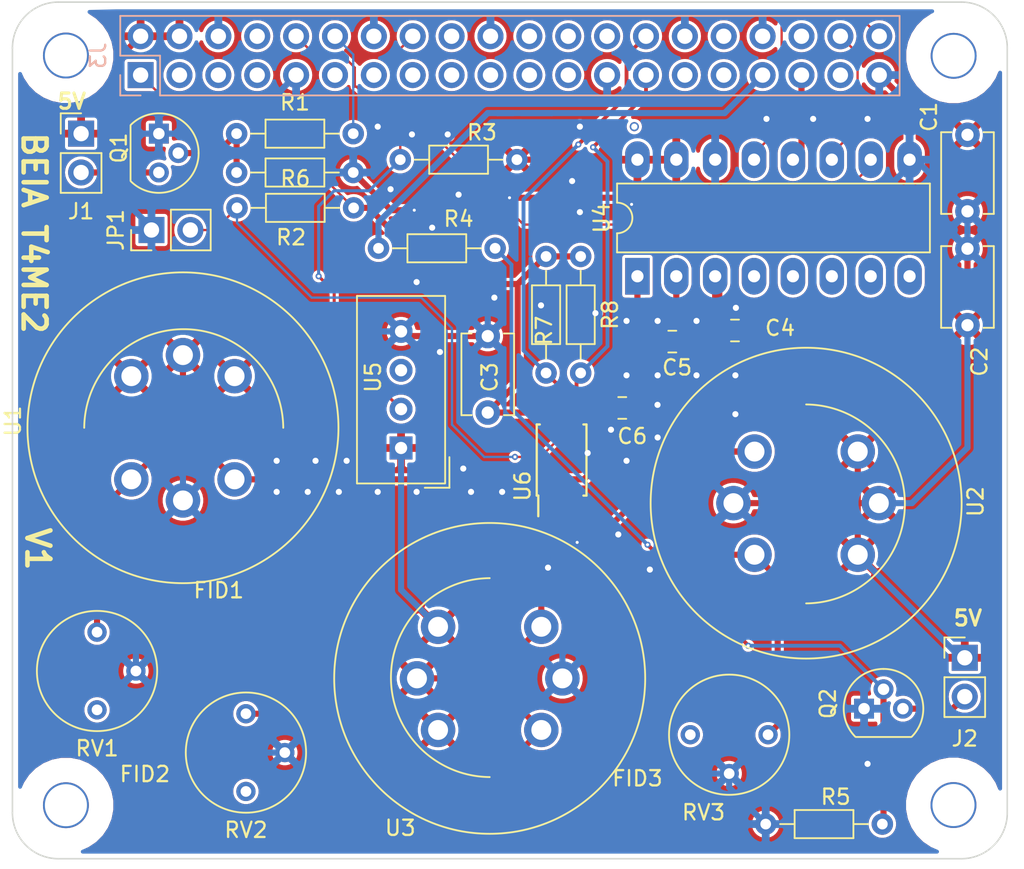
<source format=kicad_pcb>
(kicad_pcb (version 20211014) (generator pcbnew)
  (layers (0 "F.Cu" signal) (31 "B.Cu" signal) (34 "B.Paste" user) (35 "F.Paste" user) (36 "B.SilkS" user "B.Silkscreen") (37 "F.SilkS" user "F.Silkscreen") (38 "B.Mask" user) (39 "F.Mask" user) (44 "Edge.Cuts" user))
  (net 0 "")
  (net 1 "GND")
  (net 2 "+5V")
  (net 3 "/ENABLE")
  (net 4 "/DOUT")
  (net 5 "/DIN")
  (net 6 "/CLK")
  (net 7 "/ADC1")
  (net 8 "/ADC3")
  (net 9 "/ADC2")
  (net 10 "Net-(J1-Pad2)")
  (net 11 "/motor_control")
  (net 12 "/DHT11")
  (net 13 "Net-(Q1-Pad2)")
  (net 14 "Net-(J2-Pad2)")
  (net 15 "/motor_control2")
  (net 16 "Net-(Q2-Pad2)")
  (net 17 "+3V3")
  (net 18 "/EEPROM_SD")
  (net 19 "/EEPROM_SC")
  (net 20 "Net-(JP1-Pad2)")
  (footprint "project_footprints:NPTH_3mm_ID" (layer "F.Cu") (at 82.04 64.31)
    (fp_text reference "H1")
    (fp_text value "3mm_Mounting_Hole" hide)
  )
  (footprint "project_footprints:NPTH_3mm_ID" (layer "F.Cu") (at 140.04 64.33)
    (fp_text reference "H2")
    (fp_text value "3mm_Mounting_Hole" hide)
  )
  (footprint "project_footprints:NPTH_3mm_ID" (layer "F.Cu") (at 82.04 113.32)
    (fp_text reference "H3")
    (fp_text value "3mm_Mounting_Hole" hide)
  )
  (footprint "project_footprints:NPTH_3mm_ID" (layer "F.Cu") (at 140.03 113.31)
    (fp_text reference "H4")
    (fp_text value "3mm_Mounting_Hole" hide)
  )
  (footprint "Potentiometer_THT:Potentiometer_Bourns_3339P_Vertical" (layer "F.Cu") (at 84.074 102.0064 180)
    (fp_text reference "RV1")
    (fp_text value "R_POT")
  )
  (footprint "Potentiometer_THT:Potentiometer_Bourns_3339P_Vertical" (layer "F.Cu") (at 93.8022 107.3404 180)
    (fp_text reference "RV2")
    (fp_text value "R_POT")
  )
  (footprint "Potentiometer_THT:Potentiometer_Bourns_3339P_Vertical" (layer "F.Cu") (at 127.9144 108.712 90)
    (fp_text reference "RV3")
    (fp_text value "R_POT")
  )
  (footprint "BEIA_sensors:MQ135" (layer "F.Cu") (at 130.4036 93.5736 -90)
    (fp_text reference "U2")
    (fp_text value "MQ137")
  )
  (footprint "BEIA_sensors:MQ135" (layer "F.Cu") (at 109.728 105.029 90)
    (fp_text reference "U3")
    (fp_text value "MQ136")
  )
  (footprint "Connector_PinHeader_2.54mm:PinHeader_1x02_P2.54mm_Vertical" (layer "F.Cu") (at 83.0326 69.4182)
    (fp_text reference "J1")
    (fp_text value "MOTOR")
  )
  (footprint "Package_TO_SOT_THT:TO-92" (layer "F.Cu") (at 88.1126 69.4182 -90)
    (fp_text reference "Q1")
    (fp_text value "Q_NMOS_SGD")
  )
  (footprint "Resistor_THT:R_Axial_DIN0204_L3.6mm_D1.6mm_P7.62mm_Horizontal" (layer "F.Cu") (at 100.8126 69.4182 180)
    (fp_text reference "R1")
    (fp_text value "220+")
  )
  (footprint "Resistor_THT:R_Axial_DIN0204_L3.6mm_D1.6mm_P7.62mm_Horizontal" (layer "F.Cu") (at 93.1926 71.9582)
    (fp_text reference "R2")
    (fp_text value "10k")
  )
  (footprint "Resistor_THT:R_Axial_DIN0204_L3.6mm_D1.6mm_P7.62mm_Horizontal" (layer "F.Cu") (at 111.506 71.12 180)
    (fp_text reference "R3")
    (fp_text value "5.1k")
  )
  (footprint "Sensor:Aosong_DHT11_5.5x12.0_P2.54mm" (layer "F.Cu") (at 103.9368 89.9668 180)
    (fp_text reference "U5")
    (fp_text value "DHT11")
  )
  (footprint "Package_DIP:DIP-16_W7.62mm_LongPads" (layer "F.Cu") (at 119.38 78.74 90)
    (fp_text reference "U4")
    (fp_text value "MCP3208")
  )
  (footprint "Capacitor_THT:C_Disc_D5.1mm_W3.2mm_P5.00mm" (layer "F.Cu") (at 140.9446 69.4944 -90)
    (fp_text reference "C1")
    (fp_text value "10u")
  )
  (footprint "Capacitor_THT:C_Disc_D5.1mm_W3.2mm_P5.00mm" (layer "F.Cu") (at 140.9446 81.9404 90)
    (fp_text reference "C2")
    (fp_text value "1u")
  )
  (footprint "Connector_PinHeader_2.54mm:PinHeader_1x02_P2.54mm_Vertical" (layer "F.Cu") (at 140.7668 103.6828)
    (fp_text reference "J2")
    (fp_text value "MOTOR")
  )
  (footprint "Resistor_THT:R_Axial_DIN0204_L3.6mm_D1.6mm_P7.62mm_Horizontal" (layer "F.Cu") (at 102.4636 76.9112)
    (fp_text reference "R4")
    (fp_text value "220+")
  )
  (footprint "Resistor_THT:R_Axial_DIN0204_L3.6mm_D1.6mm_P7.62mm_Horizontal" (layer "F.Cu") (at 135.382 114.554 180)
    (fp_text reference "R5")
    (fp_text value "10k")
  )
  (footprint "Package_TO_SOT_THT:TO-92" (layer "F.Cu") (at 134.1882 107.0102)
    (fp_text reference "Q2")
    (fp_text value "Q_NMOS_SGD")
  )
  (footprint "Fiducial:Fiducial_1.5mm_Mask3mm" (layer "F.Cu") (at 92.0242 101.7524)
    (fp_text reference "FID1")
    (fp_text value "Fiducial")
  )
  (footprint "Fiducial:Fiducial_1.5mm_Mask3mm" (layer "F.Cu") (at 87.1982 113.7666)
    (fp_text reference "FID2")
    (fp_text value "Fiducial")
  )
  (footprint "Fiducial:Fiducial_1.5mm_Mask3mm" (layer "F.Cu") (at 119.38 114.046)
    (fp_text reference "FID3")
    (fp_text value "Fiducial")
  )
  (footprint "Capacitor_THT:C_Disc_D5.1mm_W3.2mm_P5.00mm" (layer "F.Cu") (at 109.601 82.6516 -90)
    (fp_text reference "C3")
    (fp_text value "1u")
  )
  (footprint "Connector_PinHeader_2.54mm:PinHeader_1x02_P2.54mm_Vertical" (layer "F.Cu") (at 87.63 75.7174 90)
    (fp_text reference "JP1")
    (fp_text value "Jumper_2_Open")
  )
  (footprint "Resistor_THT:R_Axial_DIN0204_L3.6mm_D1.6mm_P7.62mm_Horizontal" (layer "F.Cu") (at 93.218 74.2696)
    (fp_text reference "R6")
    (fp_text value "3K9")
  )
  (footprint "Resistor_THT:R_Axial_DIN0204_L3.6mm_D1.6mm_P7.62mm_Horizontal" (layer "F.Cu") (at 115.6716 77.4446 -90)
    (fp_text reference "R8")
    (fp_text value "3K9")
  )
  (footprint "Package_SO:TSSOP-8_4.4x3mm_P0.65mm" (layer "F.Cu") (at 114.427 90.7542 90)
    (fp_text reference "U6")
    (fp_text value "CAT24C32-raspberrypi_hat")
  )
  (footprint "Resistor_THT:R_Axial_DIN0204_L3.6mm_D1.6mm_P7.62mm_Horizontal" (layer "F.Cu") (at 113.411 77.4446 -90)
    (fp_text reference "R7")
    (fp_text value "3K9")
  )
  (footprint "BEIA_sensors:MQ135" (layer "F.Cu") (at 89.6874 88.646)
    (fp_text reference "U1")
    (fp_text value "MQ135")
  )
  (footprint "Capacitor_SMD:C_0805_2012Metric_Pad1.15x1.40mm_HandSolder" (layer "F.Cu") (at 125.75286 82.28584 180)
    (fp_text reference "C4")
    (fp_text value "1u")
  )
  (footprint "Capacitor_SMD:C_0805_2012Metric_Pad1.15x1.40mm_HandSolder" (layer "F.Cu") (at 121.65976 83.01228)
    (fp_text reference "C5")
    (fp_text value "1u")
  )
  (footprint "Capacitor_SMD:C_0805_2012Metric_Pad1.15x1.40mm_HandSolder" (layer "F.Cu") (at 118.3894 87.3506)
    (fp_text reference "C6")
    (fp_text value "1u")
  )
  (footprint "Connector_PinSocket_2.54mm:PinSocket_2x20_P2.54mm_Vertical" (layer "B.Cu") (at 86.92 65.59 -90)
    (fp_text reference "J3")
    (fp_text value "40HAT")
  )
  (gr_line (start 78.546356 63.817611) (end 78.546356 113.817611) (layer "Edge.Cuts") (width 0.1))
  (gr_line (start 143.546356 113.817611) (end 143.546356 63.817611) (layer "Edge.Cuts") (width 0.1))
  (gr_line (start 140.546356 60.817611) (end 81.546356 60.817611) (layer "Edge.Cuts") (width 0.1))
  (gr_line (start 81.546356 116.817611) (end 140.546356 116.817611) (layer "Edge.Cuts") (width 0.1))
  (gr_arc (start 78.546356 63.817611) (mid 79.425036 61.696291) (end 81.546356 60.817611) (layer "Edge.Cuts") (width 0.1))
  (gr_arc (start 143.546351 113.822847) (mid 142.665824 115.940781) (end 140.546356 116.817611) (layer "Edge.Cuts") (width 0.1))
  (gr_arc (start 140.546356 60.817611) (mid 142.667676 61.696291) (end 143.546356 63.817611) (layer "Edge.Cuts") (width 0.1))
  (gr_arc (start 81.546356 116.817611) (mid 79.425036 115.938931) (end 78.546356 113.817611) (layer "Edge.Cuts") (width 0.1))
  (gr_text "5V" (at 140.97 101.092) (layer "F.SilkS") (effects (font (size 1 1) (thickness 0.2))))
  (gr_text "V1" (at 80.20558 96.56826 270) (layer "F.SilkS") (effects (font (size 1.5 1.5) (thickness 0.3))))
  (gr_text "BEIA T4ME2" (at 79.95666 75.91552 270) (layer "F.SilkS") (effects (font (size 1.5 1.5) (thickness 0.3))))
  (gr_text "5V" (at 82.423 67.31) (layer "F.SilkS") (effects (font (size 1 1) (thickness 0.2))))
  (via locked (at 119.1768 68.961) (size 0.6) (drill 0.4) (layers "F.Cu" "B.Cu") (net 0))
  (segment (start 129.88619 89.603012) (end 140.9446 78.544602) (width 0.4) (layer "F.Cu") (net 1))
  (segment (start 118.999 74.041) (end 118.5672 73.6092) (width 0.4) (layer "F.Cu") (net 1))
  (segment (start 114.102 93.7042) (end 114.102 94.81619) (width 0.15) (layer "F.Cu") (net 1))
  (segment (start 120.7008 82.94624) (end 120.63476 83.01228) (width 0.4) (layer "F.Cu") (net 1))
  (segment (start 117.6528 88.773) (end 117.6528 87.639) (width 0.4) (layer "F.Cu") (net 1))
  (segment (start 114.102 94.81619) (end 114.67805 95.39224) (width 0.15) (layer "F.Cu") (net 1))
  (segment (start 137.16 67.57) (end 137.16 71.12) (width 0.4) (layer "F.Cu") (net 1))
  (segment (start 115.443 95.0976) (end 115.443 93.7452) (width 0.4) (layer "F.Cu") (net 1))
  (segment (start 104.8004 74.422) (end 103.2764 74.422) (width 0.4) (layer "F.Cu") (net 1))
  (segment (start 109.601 82.6516) (end 104.2416 82.6516) (width 0.4) (layer "F.Cu") (net 1))
  (segment (start 125.6536 93.5736) (end 128.143 93.5736) (width 0.4) (layer "F.Cu") (net 1))
  (segment (start 104.2416 82.6516) (end 103.9368 82.3468) (width 0.4) (layer "F.Cu") (net 1))
  (segment (start 114.752 94.807911) (end 115.336329 95.39224) (width 0.15) (layer "F.Cu") (net 1))
  (segment (start 118.5672 73.6092) (end 111.0234 73.6092) (width 0.4) (layer "F.Cu") (net 1))
  (segment (start 120.7008 81.661) (end 120.7008 82.94624) (width 0.4) (layer "F.Cu") (net 1))
  (segment (start 129.88619 91.83041) (end 129.88619 89.603012) (width 0.4) (layer "F.Cu") (net 1))
  (segment (start 113.452 93.7042) (end 113.452 94.88714) (width 0.15) (layer "F.Cu") (net 1))
  (segment (start 140.9446 78.07177) (end 140.9446 76.9404) (width 0.4) (layer "F.Cu") (net 1))
  (segment (start 115.443 93.7452) (end 115.402 93.7042) (width 0.4) (layer "F.Cu") (net 1))
  (segment (start 103.2764 74.422) (end 100.8126 71.9582) (width 0.4) (layer "F.Cu") (net 1))
  (segment (start 115.443 95.39224) (end 115.443 96.138992) (width 0.4) (layer "F.Cu") (net 1))
  (segment (start 140.9446 78.544602) (end 140.9446 78.07177) (width 0.4) (layer "F.Cu") (net 1))
  (segment (start 113.9571 95.39224) (end 115.443 95.39224) (width 0.15) (layer "F.Cu") (net 1))
  (segment (start 114.67805 95.39224) (end 115.443 95.39224) (width 0.15) (layer "F.Cu") (net 1))
  (segment (start 114.752 93.7042) (end 114.752 94.807911) (width 0.15) (layer "F.Cu") (net 1))
  (segment (start 115.443 95.39224) (end 115.443 95.0976) (width 0.4) (layer "F.Cu") (net 1))
  (segment (start 117.6528 87.639) (end 117.3644 87.3506) (width 0.4) (layer "F.Cu") (net 1))
  (segment (start 126.77786 82.28584) (end 126.77786 81.76906) (width 0.4) (layer "F.Cu") (net 1))
  (segment (start 115.336329 95.39224) (end 115.443 95.39224) (width 0.15) (layer "F.Cu") (net 1))
  (segment (start 113.452 94.88714) (end 113.9571 95.39224) (width 0.15) (layer "F.Cu") (net 1))
  (segment (start 128.143 93.5736) (end 129.88619 91.83041) (width 0.4) (layer "F.Cu") (net 1))
  (segment (start 135.18 65.59) (end 137.16 67.57) (width 0.4) (layer "F.Cu") (net 1))
  (segment (start 126.77786 81.76906) (end 125.81382 80.80502) (width 0.4) (layer "F.Cu") (net 1))
  (via locked (at 120.69318 87.1474) (size 0.6) (drill 0.4) (layers "F.Cu" "B.Cu") (net 1))
  (via locked (at 125.81382 80.80502) (size 0.6) (drill 0.4) (layers "F.Cu" "B.Cu") (net 1))
  (via locked (at 104.9528 79.121) (size 0.6) (drill 0.4) (layers "F.Cu" "B.Cu") (net 1))
  (via locked (at 125.7808 87.757) (size 0.6) (drill 0.4) (layers "F.Cu" "B.Cu") (net 1))
  (via locked (at 125.7808 85.217) (size 0.6) (drill 0.4) (layers "F.Cu" "B.Cu") (net 1))
  (via locked (at 116.6368 81.153) (size 0.6) (drill 0.4) (layers "F.Cu" "B.Cu") (net 1))
  (via locked (at 134.4168 110.617) (size 0.6) (drill 0.4) (layers "F.Cu" "B.Cu") (net 1))
  (via locked (at 97.8408 92.837) (size 0.6) (drill 0.4) (layers "F.Cu" "B.Cu") (net 1))
  (via locked (at 106.9848 69.469) (size 0.6) (drill 0.4) (layers "F.Cu" "B.Cu") (net 1))
  (via locked (at 127.8128 68.453) (size 0.6) (drill 0.4) (layers "F.Cu" "B.Cu") (net 1))
  (via locked (at 118.13032 95.62084) (size 0.6) (drill 0.4) (layers "F.Cu" "B.Cu") (net 1))
  (via (at 104.8004 74.422) (size 0.4) (drill 0.2) (layers "F.Cu" "B.Cu") (net 1))
  (via locked (at 98.3488 90.805) (size 0.6) (drill 0.4) (layers "F.Cu" "B.Cu") (net 1))
  (via locked (at 120.1928 97.917) (size 0.6) (drill 0.4) (layers "F.Cu" "B.Cu") (net 1))
  (via locked (at 110.5408 92.837) (size 0.6) (drill 0.4) (layers "F.Cu" "B.Cu") (net 1))
  (via locked (at 130.8608 68.453) (size 0.6) (drill 0.4) (layers "F.Cu" "B.Cu") (net 1))
  (via locked (at 120.7008 81.661) (size 0.6) (drill 0.4) (layers "F.Cu" "B.Cu") (net 1))
  (via locked (at 99.8728 92.837) (size 0.6) (drill 0.4) (layers "F.Cu" "B.Cu") (net 1))
  (via locked (at 117.6528 88.773) (size 0.6) (drill 0.4) (layers "F.Cu" "B.Cu") (net 1))
  (via locked (at 134.4168 68.453) (size 0.6) (drill 0.4) (layers "F.Cu" "B.Cu") (net 1))
  (via locked (at 118.6688 81.661) (size 0.6) (drill 0.4) (layers "F.Cu" "B.Cu") (net 1))
  (via locked (at 102.4128 68.961) (size 0.6) (drill 0.4) (layers "F.Cu" "B.Cu") (net 1))
  (via locked (at 115.1128 72.517) (size 0.6) (drill 0.4) (layers "F.Cu" "B.Cu") (net 1))
  (via locked (at 115.6208 68.961) (size 0.6) (drill 0.4) (layers "F.Cu" "B.Cu") (net 1))
  (via locked (at 104.9528 92.837) (size 0.6) (drill 0.4) (layers "F.Cu" "B.Cu") (net 1))
  (via locked (at 108.5088 92.837) (size 0.6) (drill 0.4) (layers "F.Cu" "B.Cu") (net 1))
  (via locked (at 108.0008 91.313) (size 0.6) (drill 0.4) (layers "F.Cu" "B.Cu") (net 1))
  (via locked (at 118.6688 85.217) (size 0.6) (drill 0.4) (layers "F.Cu" "B.Cu") (net 1))
  (via locked (at 123.2408 85.217) (size 0.6) (drill 0.4) (layers "F.Cu" "B.Cu") (net 1))
  (via (at 115.443 96.138992) (size 0.4) (drill 0.2) (layers "F.Cu" "B.Cu") (net 1))
  (via locked (at 116.1288 90.297) (size 0.6) (drill 0.4) (layers "F.Cu" "B.Cu") (net 1))
  (via (at 111.0234 73.6092) (size 0.4) (drill 0.2) (layers "F.Cu" "B.Cu") (net 1))
  (via locked (at 102.4128 92.837) (size 0.6) (drill 0.4) (layers "F.Cu" "B.Cu") (net 1))
  (via locked (at 95.8088 90.805) (size 0.6) (drill 0.4) (layers "F.Cu" "B.Cu") (net 1))
  (via locked (at 100.3808 90.805) (size 0.6) (drill 0.4) (layers "F.Cu" "B.Cu") (net 1))
  (via locked (at 105.9688 75.565) (size 0.6) (drill 0.4) (layers "F.Cu" "B.Cu") (net 1))
  (via locked (at 120.7008 85.217) (size 0.6) (drill 0.4) (layers "F.Cu" "B.Cu") (net 1))
  (via locked (at 123.2408 81.661) (size 0.6) (drill 0.4) (layers "F.Cu" "B.Cu") (net 1))
  (via locked (at 104.648 69.469) (size 0.6) (drill 0.4) (layers "F.Cu" "B.Cu") (net 1))
  (via locked (at 115.6208 74.549) (size 0.6) (drill 0.4) (layers "F.Cu" "B.Cu") (net 1))
  (via locked (at 113.538 97.79) (size 0.6) (drill 0.4) (layers "F.Cu" "B.Cu") (net 1))
  (via locked (at 113.0808 80.645) (size 0.6) (drill 0.4) (layers "F.Cu" "B.Cu") (net 1))
  (via locked (at 106.4768 83.693) (size 0.6) (drill 0.4) (layers "F.Cu" "B.Cu") (net 1))
  (via locked (at 110.0328 80.137) (size 0.6) (drill 0.4) (layers "F.Cu" "B.Cu") (net 1))
  (via locked (at 107.696 73.406) (size 0.6) (drill 0.4) (layers "F.Cu" "B.Cu") (net 1))
  (via locked (at 95.8088 92.837) (size 0.6) (drill 0.4) (layers "F.Cu" "B.Cu") (net 1))
  (via locked (at 118.6688 90.805) (size 0.6) (drill 0.4) (layers "F.Cu" "B.Cu") (net 1))
  (via locked (at 103.251 73.0504) (size 0.6) (drill 0.4) (layers "F.Cu" "B.Cu") (net 1))
  (via locked (at 120.7008 89.281) (size 0.6) (drill 0.4) (layers "F.Cu" "B.Cu") (net 1))
  (via (at 118.999 74.041) (size 0.4) (drill 0.2) (layers "F.Cu" "B.Cu") (net 1))
  (segment (start 137.16 71.52) (end 133.1912 75.4888) (width 0.4) (layer "B.Cu") (net 1))
  (segment (start 89.1626 69.4182) (end 88.1126 69.4182) (width 0.4) (layer "B.Cu") (net 1))
  (segment (start 96.3422 109.8804) (end 97.7138 111.252) (width 0.4) (layer "B.Cu") (net 1))
  (segment (start 128.751949 114.554) (end 134.1882 109.117749) (width 0.4) (layer "B.Cu") (net 1))
  (segment (start 86.614 96.4694) (end 86.614 104.5464) (width 0.4) (layer "B.Cu") (net 1))
  (segment (start 90.8898 67.691) (end 89.1626 69.4182) (width 0.4) (layer "B.Cu") (net 1))
  (segment (start 85.5726 73.5076) (end 87.63 75.565) (width 0.4) (layer "B.Cu") (net 1))
  (segment (start 111.0234 73.6092) (end 110.2106 74.422) (width 0.4) (layer "B.Cu") (net 1))
  (segment (start 89.6874 91.80501) (end 89.6874 93.396) (width 0.4) (layer "B.Cu") (net 1))
  (segment (start 87.63 75.7174) (end 87.63 76.9674) (width 0.4) (layer "B.Cu") (net 1))
  (segment (start 97.08 65.59) (end 94.979 67.691) (width 0.4) (layer "B.Cu") (net 1))
  (segment (start 104.8004 74.422) (end 104.8004 76.0984) (width 0.4) (layer "B.Cu") (net 1))
  (segment (start 104.8004 76.0984) (end 109.601 80.899) (width 0.4) (layer "B.Cu") (net 1))
  (segment (start 115.443 102.47301) (end 115.443 96.138992) (width 0.4) (layer "B.Cu") (net 1))
  (segment (start 114.478 105.029) (end 114.478 103.43801) (width 0.4) (layer "B.Cu") (net 1))
  (segment (start 137.5702 71.12) (end 137.16 71.12) (width 0.4) (layer "B.Cu") (net 1))
  (segment (start 97.7138 111.252) (end 121.666 111.252) (width 0.4) (layer "B.Cu") (net 1))
  (segment (start 127.762 114.554) (end 128.751949 114.554) (width 0.4) (layer "B.Cu") (net 1))
  (segment (start 109.601 80.899) (end 109.601 82.6516) (width 0.4) (layer "B.Cu") (net 1))
  (segment (start 119.4562 75.4888) (end 119.4562 74.4982) (width 0.4) (layer "B.Cu") (net 1))
  (segment (start 82.931 85.04861) (end 89.6874 91.80501) (width 0.4) (layer "B.Cu") (net 1))
  (segment (start 87.0626 69.4182) (end 85.5726 70.9082) (width 0.4) (layer "B.Cu") (net 1))
  (segment (start 124.46 72.72) (end 121.6912 75.4888) (width 0.4) (layer "B.Cu") (net 1))
  (segment (start 114.478 103.43801) (end 115.443 102.47301) (width 0.4) (layer "B.Cu") (net 1))
  (segment (start 96.3422 109.8804) (end 91.948 109.8804) (width 0.4) (layer "B.Cu") (net 1))
  (segment (start 134.1882 109.117749) (end 134.1882 108.0602) (width 0.4) (layer "B.Cu") (net 1))
  (segment (start 114.478 105.029) (end 125.6536 93.8534) (width 0.4) (layer "B.Cu") (net 1))
  (segment (start 121.6912 75.4888) (end 119.4562 75.4888) (width 0.4) (layer "B.Cu") (net 1))
  (segment (start 102.87614 82.3468) (end 103.9368 82.3468) (width 0.4) (layer "B.Cu") (net 1))
  (segment (start 88.1126 69.4182) (end 87.0626 69.4182) (width 0.4) (layer "B.Cu") (net 1))
  (segment (start 119.4562 75.4888) (end 132.9182 75.4888) (width 0.4) (layer "B.Cu") (net 1))
  (segment (start 89.6874 93.396) (end 86.614 96.4694) (width 0.4) (layer "B.Cu") (net 1))
  (segment (start 125.3744 111.252) (end 125.3744 112.1664) (width 0.4) (layer "B.Cu") (net 1))
  (segment (start 93.0094 82.3468) (end 102.87614 82.3468) (width 0.4) (layer "B.Cu") (net 1))
  (segment (start 134.1882 108.0602) (end 134.1882 107.0102) (width 0.4) (layer "B.Cu") (net 1))
  (segment (start 94.979 67.691) (end 90.8898 67.691) (width 0.4) (layer "B.Cu") (net 1))
  (segment (start 87.63 76.9674) (end 93.0094 82.3468) (width 0.4) (layer "B.Cu") (net 1))
  (segment (start 124.46 71.12) (end 124.46 72.72) (width 0.4) (layer "B.Cu") (net 1))
  (segment (start 119.4562 74.4982) (end 118.999 74.041) (width 0.4) (layer "B.Cu") (net 1))
  (segment (start 85.5726 70.9082) (end 85.5726 73.5076) (width 0.4) (layer "B.Cu") (net 1))
  (segment (start 125.73 111.252) (end 125.3744 111.252) (width 0.4) (layer "B.Cu") (net 1))
  (segment (start 91.948 109.8804) (end 86.614 104.5464) (width 0.4) (layer "B.Cu") (net 1))
  (segment (start 110.2106 74.422) (end 104.8004 74.422) (width 0.4) (layer "B.Cu") (net 1))
  (segment (start 120.701 111.252) (end 121.666 111.252) (width 0.4) (layer "B.Cu") (net 1))
  (segment (start 140.9446 74.4944) (end 137.5702 71.12) (width 0.4) (layer "B.Cu") (net 1))
  (segment (start 114.478 105.029) (end 120.701 111.252) (width 0.4) (layer "B.Cu") (net 1))
  (segment (start 125.6536 93.8534) (end 125.6536 93.5736) (width 0.4) (layer "B.Cu") (net 1))
  (segment (start 87.63 76.9674) (end 82.931 81.6664) (width 0.4) (layer "B.Cu") (net 1))
  (segment (start 133.1912 75.4888) (end 132.9182 75.4888) (width 0.4) (layer "B.Cu") (net 1))
  (segment (start 87.63 75.565) (end 87.63 75.7174) (width 0.4) (layer "B.Cu") (net 1))
  (segment (start 140.9446 74.4944) (end 140.9446 76.9404) (width 0.4) (layer "B.Cu") (net 1))
  (segment (start 132.9182 75.4888) (end 139.9502 75.4888) (width 0.4) (layer "B.Cu") (net 1))
  (segment (start 137.16 71.12) (end 137.16 71.52) (width 0.4) (layer "B.Cu") (net 1))
  (segment (start 139.9502 75.4888) (end 140.9446 74.4944) (width 0.4) (layer "B.Cu") (net 1))
  (segment (start 125.3744 112.1664) (end 127.762 114.554) (width 0.4) (layer "B.Cu") (net 1))
  (segment (start 82.931 81.6664) (end 82.931 85.04861) (width 0.4) (layer "B.Cu") (net 1))
  (segment (start 121.666 111.252) (end 125.73 111.252) (width 0.4) (layer "B.Cu") (net 1))
  (segment (start 108.077 103.378) (end 108.077 105.0036) (width 0.4) (layer "F.Cu") (net 2))
  (segment (start 89.6874 83.896) (end 89.6874 85.48699) (width 0.4) (layer "F.Cu") (net 2))
  (segment (start 89.46 63.05) (end 86.92 63.05) (width 0.4) (layer "F.Cu") (net 2))
  (segment (start 83.0326 69.4182) (end 83.0326 68.1682) (width 0.4) (layer "F.Cu") (net 2))
  (segment (start 91.0844 87.249) (end 93.0599 85.2735) (width 0.4) (layer "F.Cu") (net 2))
  (segment (start 133.7761 96.9461) (end 133.7761 93.6555) (width 0.4) (layer "F.Cu") (net 2))
  (segment (start 85.3694 64.6006) (end 86.070001 63.899999) (width 0.4) (layer "F.Cu") (net 2))
  (segment (start 108.077 105.0036) (end 108.077 106.68) (width 0.4) (layer "F.Cu") (net 2))
  (segment (start 89.662 85.51239) (end 89.662 87.249) (width 0.4) (layer "F.Cu") (net 2))
  (segment (start 86.070001 63.899999) (end 86.92 63.05) (width 0.4) (layer "F.Cu") (net 2))
  (segment (start 140.9446 69.4944) (end 140.9954 69.4944) (width 0.4) (layer "F.Cu") (net 2))
  (segment (start 93.0599 85.2735) (end 97.7532 89.9668) (width 0.4) (layer "F.Cu") (net 2))
  (segment (start 89.6874 85.48699) (end 89.662 85.51239) (width 0.4) (layer "F.Cu") (net 2))
  (segment (start 118.18 71.12) (end 111.506 71.12) (width 0.4) (layer "F.Cu") (net 2))
  (segment (start 97.7532 89.9668) (end 103.9368 89.9668) (width 0.4) (layer "F.Cu") (net 2))
  (segment (start 88.2904 87.249) (end 89.662 87.249) (width 0.4) (layer "F.Cu") (net 2))
  (segment (start 142.5702 80.3148) (end 141.744599 81.140401) (width 0.4) (layer "F.Cu") (net 2))
  (segment (start 106.3555 101.6565) (end 108.077 103.378) (width 0.4) (layer "F.Cu") (net 2))
  (segment (start 89.662 87.249) (end 91.0844 87.249) (width 0.4) (layer "F.Cu") (net 2))
  (segment (start 135.1536 93.5736) (end 133.858 93.5736) (width 0.4) (layer "F.Cu") (net 2))
  (segment (start 121.92 71.12) (end 119.38 71.12) (width 0.4) (layer "F.Cu") (net 2))
  (segment (start 104.978 105.029) (end 106.56899 105.029) (width 0.4) (layer "F.Cu") (net 2))
  (segment (start 133.858 93.5736) (end 133.7761 93.6555) (width 0.4) (layer "F.Cu") (net 2))
  (segment (start 133.7761 93.6555) (end 133.7761 90.2011) (width 0.4) (layer "F.Cu") (net 2))
  (segment (start 119.38 71.12) (end 118.18 71.12) (width 0.4) (layer "F.Cu") (net 2))
  (segment (start 108.077 106.68) (end 106.3555 108.4015) (width 0.4) (layer "F.Cu") (net 2))
  (segment (start 106.59439 105.0036) (end 108.077 105.0036) (width 0.4) (layer "F.Cu") (net 2))
  (segment (start 141.744599 81.140401) (end 140.9446 81.9404) (width 0.4) (layer "F.Cu") (net 2))
  (segment (start 83.0326 68.1682) (end 85.3694 65.8314) (width 0.4) (layer "F.Cu") (net 2))
  (segment (start 85.3694 65.8314) (end 85.3694 64.6006) (width 0.4) (layer "F.Cu") (net 2))
  (segment (start 142.5702 71.0692) (end 142.5702 80.3148) (width 0.4) (layer "F.Cu") (net 2))
  (segment (start 86.3149 85.2735) (end 88.2904 87.249) (width 0.4) (layer "F.Cu") (net 2))
  (segment (start 106.56899 105.029) (end 106.59439 105.0036) (width 0.4) (layer "F.Cu") (net 2))
  (segment (start 140.9954 69.4944) (end 142.5702 71.0692) (width 0.4) (layer "F.Cu") (net 2))
  (segment (start 140.9446 89.9414) (end 140.9446 84.0994) (width 0.4) (layer "B.Cu") (net 2))
  (segment (start 140.9446 84.0994) (end 140.9446 81.9404) (width 0.4) (layer "B.Cu") (net 2))
  (segment (start 137.3124 93.5736) (end 140.9446 89.9414) (width 0.4) (layer "B.Cu") (net 2))
  (segment (start 133.7761 96.9461) (end 140.5128 103.6828) (width 0.4) (layer "B.Cu") (net 2))
  (segment (start 135.1536 93.5736) (end 137.3124 93.5736) (width 0.4) (layer "B.Cu") (net 2))
  (segment (start 140.5128 103.6828) (end 140.7668 103.6828) (width 0.4) (layer "B.Cu") (net 2))
  (segment (start 103.9368 99.2378) (end 106.3555 101.6565) (width 0.4) (layer "B.Cu") (net 2))
  (segment (start 103.9368 89.9668) (end 103.9368 99.2378) (width 0.4) (layer "B.Cu") (net 2))
  (segment (start 111.9378 75.3618) (end 130.7782 75.3618) (width 0.15) (layer "F.Cu") (net 3))
  (segment (start 104.7 63.05) (end 103.378 64.372) (width 0.15) (layer "F.Cu") (net 3))
  (segment (start 103.378 66.802) (end 111.9378 75.3618) (width 0.15) (layer "F.Cu") (net 3))
  (segment (start 134.62 71.52) (end 134.62 71.12) (width 0.15) (layer "F.Cu") (net 3))
  (segment (start 103.378 64.372) (end 103.378 66.802) (width 0.15) (layer "F.Cu") (net 3))
  (segment (start 130.7782 75.3618) (end 134.62 71.52) (width 0.15) (layer "F.Cu") (net 3))
  (segment (start 130.1 70.56) (end 129.54 71.12) (width 0.4) (layer "F.Cu") (net 4))
  (segment (start 130.1 65.59) (end 130.1 70.56) (width 0.4) (layer "F.Cu") (net 4))
  (segment (start 132.08 70.72) (end 132.08 71.12) (width 0.15) (layer "F.Cu") (net 5))
  (segment (start 133.765001 69.034999) (end 132.08 70.72) (width 0.15) (layer "F.Cu") (net 5))
  (segment (start 133.765001 64.175001) (end 133.765001 69.034999) (width 0.15) (layer "F.Cu") (net 5))
  (segment (start 132.64 63.05) (end 133.765001 64.175001) (width 0.15) (layer "F.Cu") (net 5))
  (segment (start 135.18 63.05) (end 133.979 61.849) (width 0.15) (layer "F.Cu") (net 6))
  (segment (start 133.979 61.849) (end 129.2352 61.849) (width 0.15) (layer "F.Cu") (net 6))
  (segment (start 127 70.72) (end 127 71.12) (width 0.15) (layer "F.Cu") (net 6))
  (segment (start 129.2352 61.849) (end 128.8034 62.2808) (width 0.15) (layer "F.Cu") (net 6))
  (segment (start 128.8034 68.9166) (end 127 70.72) (width 0.15) (layer "F.Cu") (net 6))
  (segment (start 128.8034 62.2808) (end 128.8034 68.9166) (width 0.15) (layer "F.Cu") (net 6))
  (segment (start 93.0599 92.0185) (end 115.8805 92.0185) (width 0.4) (layer "F.Cu") (net 7))
  (segment (start 86.3149 92.0185) (end 87.439899 90.893501) (width 0.4) (layer "F.Cu") (net 7))
  (segment (start 84.074 102.0064) (end 84.074 94.2594) (width 0.4) (layer "F.Cu") (net 7))
  (segment (start 87.439899 90.893501) (end 91.934901 90.893501) (width 0.4) (layer "F.Cu") (net 7))
  (segment (start 119.38 88.519) (end 119.38 78.74) (width 0.4) (layer "F.Cu") (net 7))
  (segment (start 91.934901 90.893501) (end 93.0599 92.0185) (width 0.4) (layer "F.Cu") (net 7))
  (segment (start 115.8805 92.0185) (end 119.38 88.519) (width 0.4) (layer "F.Cu") (net 7))
  (segment (start 84.074 94.2594) (end 86.3149 92.0185) (width 0.4) (layer "F.Cu") (net 7))
  (segment (start 124.660805 90.116805) (end 124.46 89.916) (width 0.4) (layer "F.Cu") (net 8))
  (segment (start 127.0311 96.9461) (end 125.44011 96.9461) (width 0.4) (layer "F.Cu") (net 8))
  (segment (start 125.4055 90.2011) (end 127.0311 90.2011) (width 0.4) (layer "F.Cu") (net 8))
  (segment (start 127.0311 90.2011) (end 125.44011 90.2011) (width 0.4) (layer "F.Cu") (net 8))
  (segment (start 124.889405 90.751805) (end 125.44011 90.2011) (width 0.4) (layer "F.Cu") (net 8))
  (segment (start 128.156099 98.071099) (end 127.0311 96.9461) (width 0.4) (layer "F.Cu") (net 8))
  (segment (start 124.46 90.2208) (end 124.6632 90.2208) (width 0.4) (layer "F.Cu") (net 8))
  (segment (start 125.44011 96.9461) (end 122.9614 94.46739) (width 0.4) (layer "F.Cu") (net 8))
  (segment (start 124.6632 90.2208) (end 125.3858 90.2208) (width 0.4) (layer "F.Cu") (net 8))
  (segment (start 125.0188 89.8144) (end 125.0188 89.8652) (width 0.4) (layer "F.Cu") (net 8))
  (segment (start 125.1839 89.9795) (end 125.0188 89.8144) (width 0.4) (layer "F.Cu") (net 8))
  (segment (start 127.9144 108.712) (end 128.544399 108.082001) (width 0.4) (layer "F.Cu") (net 8))
  (segment (start 124.660805 90.980405) (end 124.889405 90.751805) (width 0.4) (layer "F.Cu") (net 8))
  (segment (start 124.8664 89.662) (end 124.46 89.2556) (width 0.4) (layer "F.Cu") (net 8))
  (segment (start 122.9614 92.67981) (end 124.660805 90.980405) (width 0.4) (layer "F.Cu") (net 8))
  (segment (start 124.46 89.916) (end 124.46 89.7382) (width 0.4) (layer "F.Cu") (net 8))
  (segment (start 125.44011 90.2011) (end 125.4055 90.2011) (width 0.4) (layer "F.Cu") (net 8))
  (segment (start 124.9426 89.7382) (end 125.1839 89.9795) (width 0.4) (layer "F.Cu") (net 8))
  (segment (start 125.3858 90.2208) (end 125.4055 90.2011) (width 0.4) (layer "F.Cu") (net 8))
  (segment (start 124.46 89.7382) (end 124.46 89.2556) (width 0.4) (layer "F.Cu") (net 8))
  (segment (start 124.889405 90.345405) (end 124.46 89.916) (width 0.4) (layer "F.Cu") (net 8))
  (segment (start 124.46 89.2556) (end 124.46 78.74) (width 0.4) (layer "F.Cu") (net 8))
  (segment (start 128.544399 108.082001) (end 128.544399 98.459399) (width 0.4) (layer "F.Cu") (net 8))
  (segment (start 122.9614 92.67981) (end 124.46 91.18121) (width 0.4) (layer "F.Cu") (net 8))
  (segment (start 125.0188 89.8144) (end 124.8664 89.662) (width 0.4) (layer "F.Cu") (net 8))
  (segment (start 124.8664 89.662) (end 125.4055 90.2011) (width 0.4) (layer "F.Cu") (net 8))
  (segment (start 124.46 90.2208) (end 124.46 89.916) (width 0.4) (layer "F.Cu") (net 8))
  (segment (start 124.889405 90.751805) (end 124.889405 90.345405) (width 0.4) (layer "F.Cu") (net 8))
  (segment (start 124.46 89.7382) (end 124.9426 89.7382) (width 0.4) (layer "F.Cu") (net 8))
  (segment (start 128.544399 98.459399) (end 128.156099 98.071099) (width 0.4) (layer "F.Cu") (net 8))
  (segment (start 125.0188 89.8652) (end 124.6632 90.2208) (width 0.4) (layer "F.Cu") (net 8))
  (segment (start 124.660805 90.980405) (end 124.660805 90.116805) (width 0.4) (layer "F.Cu") (net 8))
  (segment (start 124.46 91.18121) (end 124.46 90.2208) (width 0.4) (layer "F.Cu") (net 8))
  (segment (start 125.4055 90.2011) (end 125.1839 89.9795) (width 0.4) (layer "F.Cu") (net 8))
  (segment (start 124.72786 79.00786) (end 124.46 78.74) (width 0.4) (layer "F.Cu") (net 8))
  (segment (start 122.9614 94.46739) (end 122.9614 92.67981) (width 0.4) (layer "F.Cu") (net 8))
  (segment (start 124.72786 82.28584) (end 124.72786 79.00786) (width 0.4) (layer "F.Cu") (net 8))
  (segment (start 93.8022 107.3404) (end 99.568 107.3404) (width 0.4) (layer "F.Cu") (net 9))
  (segment (start 122.061388 82.388908) (end 122.061388 82.188468) (width 0.4) (layer "F.Cu") (net 9))
  (segment (start 121.92 90.7542) (end 121.92 83.84794) (width 0.4) (layer "F.Cu") (net 9))
  (segment (start 109.869 111.633) (end 111.975501 109.526499) (width 0.4) (layer "F.Cu") (net 9))
  (segment (start 111.975501 107.276501) (end 111.975501 102.781499) (width 0.4) (layer "F.Cu") (net 9))
  (segment (start 113.1005 99.5737) (end 121.92 90.7542) (width 0.4) (layer "F.Cu") (net 9))
  (segment (start 113.1005 101.6565) (end 113.1005 99.5737) (width 0.4) (layer "F.Cu") (net 9))
  (segment (start 121.92 83.10204) (end 121.92 83.84794) (width 0.4) (layer "F.Cu") (net 9))
  (segment (start 99.568 107.3404) (end 103.8606 111.633) (width 0.4) (layer "F.Cu") (net 9))
  (segment (start 113.1005 108.4015) (end 111.975501 107.276501) (width 0.4) (layer "F.Cu") (net 9))
  (segment (start 121.92 82.04708) (end 121.92 81.81086) (width 0.4) (layer "F.Cu") (net 9))
  (segment (start 122.00976 83.01228) (end 121.92 83.10204) (width 0.4) (layer "F.Cu") (net 9))
  (segment (start 122.061388 83.635652) (end 121.974808 83.635652) (width 0.4) (layer "F.Cu") (net 9))
  (segment (start 103.8606 111.633) (end 109.869 111.633) (width 0.4) (layer "F.Cu") (net 9))
  (segment (start 121.974808 83.635652) (end 121.92 83.69046) (width 0.4) (layer "F.Cu") (net 9))
  (segment (start 122.68476 83.01228) (end 122.00976 83.01228) (width 0.4) (layer "F.Cu") (net 9))
  (segment (start 122.00976 83.01228) (end 121.92 82.92252) (width 0.4) (layer "F.Cu") (net 9))
  (segment (start 121.92 82.92252) (end 121.92 81.81086) (width 0.4) (layer "F.Cu") (net 9))
  (segment (start 122.68476 83.01228) (end 122.061388 83.635652) (width 0.4) (layer "F.Cu") (net 9))
  (segment (start 111.975501 102.781499) (end 113.1005 101.6565) (width 0.4) (layer "F.Cu") (net 9))
  (segment (start 121.92 83.84794) (end 121.92 83.69046) (width 0.4) (layer "F.Cu") (net 9))
  (segment (start 122.061388 82.188468) (end 121.92 82.04708) (width 0.4) (layer "F.Cu") (net 9))
  (segment (start 121.92 81.81086) (end 121.92 78.74) (width 0.4) (layer "F.Cu") (net 9))
  (segment (start 121.92 83.69046) (end 121.92 82.04708) (width 0.4) (layer "F.Cu") (net 9))
  (segment (start 122.68476 83.01228) (end 122.061388 82.388908) (width 0.4) (layer "F.Cu") (net 9))
  (segment (start 111.975501 109.526499) (end 113.1005 108.4015) (width 0.4) (layer "F.Cu") (net 9))
  (segment (start 83.0326 71.9582) (end 84.234681 71.9582) (width 0.4) (layer "F.Cu") (net 10))
  (segment (start 84.234681 71.9582) (end 88.1126 71.9582) (width 0.4) (layer "F.Cu") (net 10))
  (segment (start 99.62 63.05) (end 100.8126 64.2426) (width 0.15) (layer "B.Cu") (net 11))
  (segment (start 100.8126 64.2426) (end 100.8126 69.4182) (width 0.15) (layer "B.Cu") (net 11))
  (segment (start 103.886 69.215) (end 103.886 71.12) (width 0.15) (layer "F.Cu") (net 12))
  (segment (start 100.9142 65.1002) (end 100.9142 66.3448) (width 0.15) (layer "F.Cu") (net 12))
  (segment (start 98.3682 64.3382) (end 100.1522 64.3382) (width 0.15) (layer "F.Cu") (net 12))
  (segment (start 99.568 83.058) (end 103.9368 87.4268) (width 0.2) (layer "F.Cu") (net 12))
  (segment (start 100.1522 64.3382) (end 100.9142 65.1002) (width 0.15) (layer "F.Cu") (net 12))
  (segment (start 98.552 78.74) (end 99.568 79.756) (width 0.2) (layer "F.Cu") (net 12))
  (segment (start 99.568 79.756) (end 99.568 83.058) (width 0.2) (layer "F.Cu") (net 12))
  (segment (start 97.08 63.05) (end 98.3682 64.3382) (width 0.15) (layer "F.Cu") (net 12))
  (segment (start 101.0158 66.3448) (end 103.886 69.215) (width 0.15) (layer "F.Cu") (net 12))
  (segment (start 100.9142 66.3448) (end 101.0158 66.3448) (width 0.15) (layer "F.Cu") (net 12))
  (via (at 98.552 78.74) (size 0.4) (drill 0.2) (layers "F.Cu" "B.Cu") (net 12))
  (segment (start 103.886 71.12) (end 101.854 73.152) (width 0.2) (layer "B.Cu") (net 12))
  (segment (start 101.854 73.152) (end 99.568 73.152) (width 0.2) (layer "B.Cu") (net 12))
  (segment (start 98.552 74.168) (end 98.552 78.74) (width 0.2) (layer "B.Cu") (net 12))
  (segment (start 99.568 73.152) (end 98.552 74.168) (width 0.2) (layer "B.Cu") (net 12))
  (segment (start 91.9226 70.6882) (end 93.1926 69.4182) (width 0.4) (layer "F.Cu") (net 13))
  (segment (start 89.3826 70.6882) (end 91.9226 70.6882) (width 0.4) (layer "F.Cu") (net 13))
  (segment (start 93.1926 69.4182) (end 93.1926 71.9582) (width 0.4) (layer "F.Cu") (net 13))
  (segment (start 136.7282 107.0102) (end 139.9794 107.0102) (width 0.4) (layer "F.Cu") (net 14))
  (segment (start 139.9794 107.0102) (end 140.7668 106.2228) (width 0.4) (layer "F.Cu") (net 14))
  (segment (start 102.4636 75.2094) (end 109.601 68.072) (width 0.4) (layer "B.Cu") (net 15))
  (segment (start 113.792 68.072) (end 125.078 68.072) (width 0.4) (layer "B.Cu") (net 15))
  (segment (start 109.601 68.072) (end 110.236 68.072) (width 0.4) (layer "B.Cu") (net 15))
  (segment (start 125.078 68.072) (end 127.56 65.59) (width 0.4) (layer "B.Cu") (net 15))
  (segment (start 111.7854 68.072) (end 113.792 68.072) (width 0.4) (layer "B.Cu") (net 15))
  (segment (start 110.236 68.072) (end 113.792 68.072) (width 0.4) (layer "B.Cu") (net 15))
  (segment (start 102.4636 76.9112) (end 102.4636 75.2094) (width 0.4) (layer "B.Cu") (net 15))
  (segment (start 110.236 68.072) (end 111.2774 68.072) (width 0.4) (layer "B.Cu") (net 15))
  (segment (start 120.0404 96.2914) (end 126.619 102.87) (width 0.25) (layer "F.Cu") (net 16))
  (segment (start 126.619 102.87) (end 126.619 102.8954) (width 0.25) (layer "F.Cu") (net 16))
  (segment (start 135.4582 105.7402) (end 135.4582 114.4778) (width 0.4) (layer "F.Cu") (net 16))
  (segment (start 135.4582 114.4778) (end 135.382 114.554) (width 0.4) (layer "F.Cu") (net 16))
  (via (at 126.619 102.8954) (size 0.4) (drill 0.2) (layers "F.Cu" "B.Cu") (net 16))
  (via (at 120.0404 96.2914) (size 0.4) (drill 0.2) (layers "F.Cu" "B.Cu") (net 16))
  (segment (start 110.0836 76.9112) (end 111.1504 77.978) (width 0.25) (layer "B.Cu") (net 16))
  (segment (start 111.1504 87.4014) (end 120.0404 96.2914) (width 0.25) (layer "B.Cu") (net 16))
  (segment (start 132.6134 102.8954) (end 135.4582 105.7402) (width 0.25) (layer "B.Cu") (net 16))
  (segment (start 126.619 102.8954) (end 132.6134 102.8954) (width 0.25) (layer "B.Cu") (net 16))
  (segment (start 111.1504 77.978) (end 111.1504 87.4014) (width 0.25) (layer "B.Cu") (net 16))
  (segment (start 94.276001 67.707601) (end 100.138001 73.569601) (width 0.15) (layer "F.Cu") (net 17))
  (segment (start 111.5568 79.248) (end 111.5568 85.6958) (width 0.4) (layer "F.Cu") (net 17))
  (segment (start 111.5568 85.6958) (end 109.601 87.6516) (width 0.4) (layer "F.Cu") (net 17))
  (segment (start 115.6716 77.4446) (end 113.411 77.4446) (width 0.4) (layer "F.Cu") (net 17))
  (segment (start 109.601 87.6516) (end 113.2994 87.6516) (width 0.4) (layer "F.Cu") (net 17))
  (segment (start 106.806349 79.248) (end 111.5568 79.248) (width 0.4) (layer "F.Cu") (net 17))
  (segment (start 100.838 74.2696) (end 101.827949 74.2696) (width 0.4) (layer "F.Cu") (net 17))
  (segment (start 100.138001 73.569601) (end 100.838 74.2696) (width 0.15) (layer "F.Cu") (net 17))
  (segment (start 89.037601 67.707601) (end 94.276001 67.707601) (width 0.15) (layer "F.Cu") (net 17))
  (segment (start 101.827949 74.2696) (end 106.806349 79.248) (width 0.4) (layer "F.Cu") (net 17))
  (segment (start 113.2994 87.6516) (end 113.452 87.8042) (width 0.4) (layer "F.Cu") (net 17))
  (segment (start 86.92 65.59) (end 89.037601 67.707601) (width 0.15) (layer "F.Cu") (net 17))
  (segment (start 111.5568 79.248) (end 113.3602 77.4446) (width 0.4) (layer "F.Cu") (net 17))
  (segment (start 113.3602 77.4446) (end 113.411 77.4446) (width 0.4) (layer "F.Cu") (net 17))
  (segment (start 115.402 85.3342) (end 115.6716 85.0646) (width 0.25) (layer "F.Cu") (net 18))
  (segment (start 115.402 87.8042) (end 115.402 85.3342) (width 0.25) (layer "F.Cu") (net 18))
  (segment (start 119.94 66.851598) (end 116.684397 70.107201) (width 0.25) (layer "F.Cu") (net 18))
  (segment (start 119.94 65.59) (end 119.94 66.851598) (width 0.25) (layer "F.Cu") (net 18))
  (segment (start 116.684397 70.107201) (end 116.484398 70.3072) (width 0.25) (layer "F.Cu") (net 18))
  (via (at 116.484398 70.3072) (size 0.4) (drill 0.2) (layers "F.Cu" "B.Cu") (net 18))
  (segment (start 115.6716 85.0646) (end 117.4242 83.312) (width 0.25) (layer "B.Cu") (net 18))
  (segment (start 117.4242 71.247002) (end 116.684397 70.507199) (width 0.25) (layer "B.Cu") (net 18))
  (segment (start 117.4242 83.312) (end 117.4242 71.247002) (width 0.25) (layer "B.Cu") (net 18))
  (segment (start 116.684397 70.507199) (end 116.484398 70.3072) (width 0.25) (layer "B.Cu") (net 18))
  (segment (start 118.6688 66.9798) (end 115.719199 69.929401) (width 0.25) (layer "F.Cu") (net 19))
  (segment (start 113.411 85.0646) (end 114.752 86.4056) (width 0.25) (layer "F.Cu") (net 19))
  (segment (start 114.752 86.4056) (end 114.752 87.8042) (width 0.25) (layer "F.Cu") (net 19))
  (segment (start 118.6688 64.3212) (end 118.6688 66.9798) (width 0.25) (layer "F.Cu") (net 19))
  (segment (start 119.94 63.05) (end 118.6688 64.3212) (width 0.25) (layer "F.Cu") (net 19))
  (segment (start 115.719199 69.929401) (end 115.5192 70.1294) (width 0.25) (layer "F.Cu") (net 19))
  (via (at 115.5192 70.1294) (size 0.4) (drill 0.2) (layers "F.Cu" "B.Cu") (net 19))
  (segment (start 115.319201 70.329399) (end 115.5192 70.1294) (width 0.25) (layer "B.Cu") (net 19))
  (segment (start 113.411 85.0646) (end 111.9378 83.5914) (width 0.25) (layer "B.Cu") (net 19))
  (segment (start 111.9378 83.5914) (end 111.9378 73.7108) (width 0.25) (layer "B.Cu") (net 19))
  (segment (start 111.9378 73.7108) (end 115.319201 70.329399) (width 0.25) (layer "B.Cu") (net 19))
  (segment (start 90.17 75.7174) (end 91.7702 75.7174) (width 0.15) (layer "F.Cu") (net 20))
  (segment (start 111.379 90.551) (end 113.0554 90.551) (width 0.15) (layer "F.Cu") (net 20))
  (segment (start 91.7702 75.7174) (end 93.218 74.2696) (width 0.15) (layer "F.Cu") (net 20))
  (segment (start 114.102 89.5044) (end 114.102 87.8042) (width 0.15) (layer "F.Cu") (net 20))
  (segment (start 113.0554 90.551) (end 114.102 89.5044) (width 0.15) (layer "F.Cu") (net 20))
  (via (at 111.379 90.551) (size 0.4) (drill 0.2) (layers "F.Cu" "B.Cu") (net 20))
  (segment (start 93.218 75.259549) (end 98.095451 80.137) (width 0.15) (layer "B.Cu") (net 20))
  (segment (start 109.3724 90.551) (end 111.379 90.551) (width 0.15) (layer "B.Cu") (net 20))
  (segment (start 98.095451 80.137) (end 105.2576 80.137) (width 0.15) (layer "B.Cu") (net 20))
  (segment (start 107.2642 82.1436) (end 107.2642 88.4428) (width 0.15) (layer "B.Cu") (net 20))
  (segment (start 107.2642 88.4428) (end 109.3724 90.551) (width 0.15) (layer "B.Cu") (net 20))
  (segment (start 105.2576 80.137) (end 107.2642 82.1436) (width 0.15) (layer "B.Cu") (net 20))
  (segment (start 93.218 74.2696) (end 93.218 75.259549) (width 0.15) (layer "B.Cu") (net 20))
  (zone (net 2) (net_name "+5V") (layer "F.Cu") (connect_pads (clearance 0.2)) (min_thickness 0.254) (fill yes (thermal_gap 0.508) (thermal_bridge_width 0.508))
    (polygon (pts (xy 78.99654 64.92748) (xy 78.99654 113.5507) (xy 81.81086 116.36502) (xy 139.71524 116.36502) (xy 143.17472 112.90554) (xy 143.17472 64.83858) (xy 139.69238 61.35624) (xy 82.08264 61.35624)))
  )
  (zone (net 1) (net_name "GND") (layer "B.Cu") (connect_pads (clearance 0.2)) (min_thickness 0.254) (fill yes (thermal_gap 0.508) (thermal_bridge_width 0.508))
    (polygon (pts (xy 82.0674 61.3664) (xy 78.9178 64.516) (xy 78.9178 113.5634) (xy 81.8388 116.4844) (xy 139.6746 116.4844) (xy 143.2052 112.9538) (xy 143.2052 64.7954) (xy 139.7 61.2902) (xy 85.344 61.2902)))
  )
)
</source>
